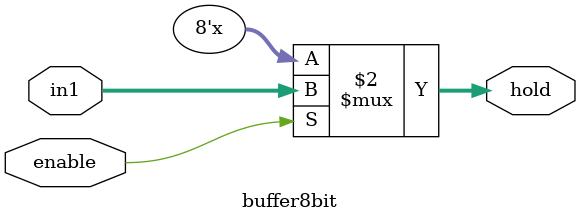
<source format=v>
module buffer8bit(
    input [7:0] in1,
    input enable,
    output reg [7:0] hold
);

always@(*)begin
    hold = enable ? in1 : 8'bzzzzzzzz;
end

endmodule

</source>
